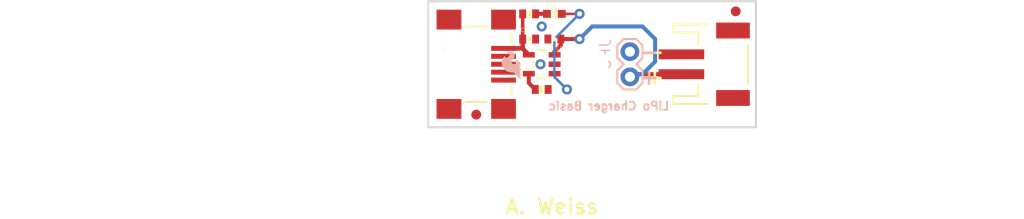
<source format=kicad_pcb>
(kicad_pcb (version 20211014) (generator pcbnew)
  (layers (0 "F.Cu" signal) (31 "B.Cu" signal) (34 "B.Paste" user) (35 "F.Paste" user) (36 "B.SilkS" user "B.Silkscreen") (37 "F.SilkS" user "F.Silkscreen") (38 "B.Mask" user) (39 "F.Mask" user) (44 "Edge.Cuts" user))
  (net 0 "")
  (net 1 "GND")
  (net 2 "VCC")
  (net 3 "N$3")
  (net 4 "PROG")
  (net 5 "STAT")
  (net 6 "VIN")
  (footprint "boardEagle:USB-MINIB" (layer "F.Cu") (at 137.0711 105.0036)
    (fp_text reference "X1" (at -3.81 -1.27) (layer "F.SilkS") (effects (font (size 0.373888 0.373888) (thickness 0.032512)) (justify left bottom)))
    (fp_text value "Micro USB")
    (fp_line (start 0.8 3.8) (end -1.3 3.8) (layer "F.SilkS") (width 0.2032))
    (fp_line (start 3.3 2.2) (end 3.3 3.1) (layer "F.SilkS") (width 0.2032))
    (fp_line (start -1.3 -3.8) (end 0.8 -3.8) (layer "F.SilkS") (width 0.2032))
    (fp_line (start 3.3 -3.1) (end 3.3 -2.2) (layer "F.SilkS") (width 0.2032))
    (pad "" np_thru_hole circle (at 0 -2.2) (size 0.9 0.9) (drill 0.9) (layers *.Cu *.Mask))
    (pad "" np_thru_hole circle (at 0 2.2) (size 0.9 0.9) (drill 0.9) (layers *.Cu *.Mask))
    (pad "D+" smd rect (at 2.5 0) (size 2.5 0.5) (layers "F.Cu" "F.Paste" "F.Mask"))
    (pad "D-" smd rect (at 2.5 -0.8) (size 2.5 0.5) (layers "F.Cu" "F.Paste" "F.Mask"))
    (pad "GND" smd rect (at 2.5 1.6) (size 2.5 0.5) (layers "F.Cu" "F.Paste" "F.Mask") (net 1 "GND"))
    (pad "ID" smd rect (at 2.5 0.8) (size 2.5 0.5) (layers "F.Cu" "F.Paste" "F.Mask"))
    (pad "MTN1" smd rect (at -3 -4.5) (size 2.5 2) (layers "F.Cu" "F.Paste" "F.Mask"))
    (pad "MTN2" smd rect (at 2.5 -4.5) (size 2.5 2) (layers "F.Cu" "F.Paste" "F.Mask"))
    (pad "MTN3" smd rect (at -3 4.5) (size 2.5 2) (layers "F.Cu" "F.Paste" "F.Mask"))
    (pad "MTN4" smd rect (at 2.5 4.5) (size 2.5 2) (layers "F.Cu" "F.Paste" "F.Mask"))
    (pad "VBUS" smd rect (at 2.5 -1.6) (size 2.5 0.5) (layers "F.Cu" "F.Paste" "F.Mask") (net 6 "VIN"))
  )
  (footprint "boardEagle:STAND-OFF" (layer "F.Cu") (at 148.5011 105.0036)
    (fp_text reference "JP2" hide)
    (fp_text value "STAND-OFF" hide)
    (pad "" np_thru_hole circle (at 0 0) (size 3.302 3.302) (drill 3.302) (layers *.Cu *.Mask))
  )
  (footprint "boardEagle:SOT23-5" (layer "F.Cu") (at 143.4211 105.0036 90)
    (fp_text reference "U1" (at -0.889 -2.159 90) (layer "F.SilkS") (effects (font (size 0.373888 0.373888) (thickness 0.032512)) (justify left bottom)))
    (fp_text value "MCP73831")
    (fp_line (start -1.4224 0.4294) (end -1.4224 -0.4294) (layer "F.SilkS") (width 0.2032))
    (fp_line (start -0.2684 -0.8104) (end 0.2684 -0.8104) (layer "F.SilkS") (width 0.2032))
    (fp_line (start 1.4224 -0.4294) (end 1.4224 0.4294) (layer "F.SilkS") (width 0.2032))
    (pad "1" smd rect (at -0.95 1.3001 90) (size 0.55 1.2) (layers "F.Cu" "F.Paste" "F.Mask") (net 5 "STAT"))
    (pad "2" smd rect (at 0 1.3001 90) (size 0.55 1.2) (layers "F.Cu" "F.Paste" "F.Mask") (net 1 "GND"))
    (pad "3" smd rect (at 0.95 1.3001 90) (size 0.55 1.2) (layers "F.Cu" "F.Paste" "F.Mask") (net 2 "VCC"))
    (pad "4" smd rect (at 0.95 -1.3001 90) (size 0.55 1.2) (layers "F.Cu" "F.Paste" "F.Mask") (net 6 "VIN"))
    (pad "5" smd rect (at -0.95 -1.3001 90) (size 0.55 1.2) (layers "F.Cu" "F.Paste" "F.Mask") (net 4 "PROG"))
  )
  (footprint "boardEagle:0402-CAP" (layer "F.Cu") (at 144.6911 102.4636 180)
    (fp_text reference "C4" (at -0.889 -0.6985 180) (layer "F.SilkS") (effects (font (size 0.373888 0.373888) (thickness 0.032512)) (justify right top)))
    (fp_text value "4.7uF")
    (fp_line (start 0 -0.0305) (end 0 0.0305) (layer "F.SilkS") (width 0.4064))
    (pad "1" smd rect (at -0.65 0 180) (size 0.7 0.9) (layers "F.Cu" "F.Paste" "F.Mask") (net 2 "VCC"))
    (pad "2" smd rect (at 0.65 0 180) (size 0.7 0.9) (layers "F.Cu" "F.Paste" "F.Mask") (net 1 "GND"))
  )
  (footprint "boardEagle:JST-2-SMD" (layer "F.Cu") (at 161.2011 105.0036 -90)
    (fp_text reference "JP7" (at -1.27 -1.27 -90) (layer "F.SilkS") (effects (font (size 0.373888 0.373888) (thickness 0.032512)) (justify left bottom)))
    (fp_text value "LiPo Battery")
    (fp_line (start -3.2 2) (end -2 2) (layer "F.SilkS") (width 0.2032))
    (fp_line (start -4 1) (end -4 4.5) (layer "F.SilkS") (width 0.2032))
    (fp_line (start 2 -3) (end -2 -3) (layer "F.SilkS") (width 0.2032))
    (fp_line (start 3.2 4.5) (end 4 4.5) (layer "F.SilkS") (width 0.2032))
    (fp_line (start -3.2 4.5) (end -3.2 2) (layer "F.SilkS") (width 0.2032))
    (fp_line (start 2 2) (end 3.2 2) (layer "F.SilkS") (width 0.2032))
    (fp_line (start 3.2 2) (end 3.2 4.5) (layer "F.SilkS") (width 0.2032))
    (fp_line (start -4 4.5) (end -3.2 4.5) (layer "F.SilkS") (width 0.2032))
    (fp_line (start 4 4.5) (end 4 1) (layer "F.SilkS") (width 0.2032))
    (pad "1" smd rect (at -1 3.7 270) (size 1 4.6) (layers "F.Cu" "F.Paste" "F.Mask") (net 1 "GND"))
    (pad "2" smd rect (at 1 3.7 270) (size 1 4.6) (layers "F.Cu" "F.Paste" "F.Mask") (net 2 "VCC"))
    (pad "NC1" smd rect (at -3.4 -1.5) (size 3.4 1.6) (layers "F.Cu" "F.Paste" "F.Mask"))
    (pad "NC2" smd rect (at 3.4 -1.5) (size 3.4 1.6) (layers "F.Cu" "F.Paste" "F.Mask"))
  )
  (footprint "boardEagle:LED-0603" (layer "F.Cu") (at 144.6911 99.9236 -90)
    (fp_text reference "D11" (at -0.6985 0.889) (layer "F.SilkS") (effects (font (size 0.373888 0.373888) (thickness 0.032512)) (justify left bottom)))
    (fp_text value "RED")
    (fp_line (start 0 -0.17) (end 0.2338 0.14) (layer "F.SilkS") (width 0.2032))
    (fp_line (start 0.46 -0.17) (end 0 -0.17) (layer "F.SilkS") (width 0.2032))
    (fp_line (start -0.46 -0.17) (end 0 -0.17) (layer "F.SilkS") (width 0.2032))
    (fp_line (start -0.0254 -0.1546) (end -0.2184 0.14) (layer "F.SilkS") (width 0.2032))
    (pad "A" smd rect (at 0 0.75 270) (size 0.8 0.8) (layers "F.Cu" "F.Paste" "F.Mask") (net 3 "N$3"))
    (pad "C" smd rect (at 0 -0.75 270) (size 0.8 0.8) (layers "F.Cu" "F.Paste" "F.Mask") (net 5 "STAT"))
  )
  (footprint "boardEagle:FIDUCIAL-1X2" (layer "F.Cu") (at 162.9791 99.6696)
    (fp_text reference "JP4" hide)
    (fp_text value "FIDUCIAL1X2" hide)
    (pad "1" smd roundrect (at 0 0) (size 1 1) (layers "F.Cu" "F.Mask") (roundrect_rratio 0.5))
  )
  (footprint "boardEagle:CREATIVE_COMMONS" (layer "F.Cu") (at 109.1311 120.2436)
    (fp_text reference "U$1" hide)
    (fp_text value "CREATIVE_COMMONS" hide)
  )
  (footprint "boardEagle:0402-RES" (layer "F.Cu") (at 142.1511 99.9236 180)
    (fp_text reference "R3" (at -2.54 -1.27) (layer "F.SilkS") (effects (font (size 0.376489 0.376489) (thickness 0.029911)) (justify right)))
    (fp_text value "330" hide)
    (fp_poly (pts (xy -0.2032 0.3556) (xy 0.2032 0.3556) (xy 0.2032 -0.3556) (xy -0.2032 -0.3556)) (layer "F.SilkS") (width 0) (fill solid))
    (pad "1" smd rect (at -0.65 0 180) (size 0.7 0.9) (layers "F.Cu" "F.Paste" "F.Mask") (net 3 "N$3"))
    (pad "2" smd rect (at 0.65 0 180) (size 0.7 0.9) (layers "F.Cu" "F.Paste" "F.Mask") (net 6 "VIN"))
  )
  (footprint "boardEagle:0402-CAP" (layer "F.Cu") (at 142.1511 102.4636)
    (fp_text reference "C3" (at -0.889 -0.6985) (layer "F.SilkS") (effects (font (size 0.373888 0.373888) (thickness 0.032512)) (justify left bottom)))
    (fp_text value "4.7uF")
    (fp_line (start 0 -0.0305) (end 0 0.0305) (layer "F.SilkS") (width 0.4064))
    (pad "1" smd rect (at -0.65 0) (size 0.7 0.9) (layers "F.Cu" "F.Paste" "F.Mask") (net 6 "VIN"))
    (pad "2" smd rect (at 0.65 0) (size 0.7 0.9) (layers "F.Cu" "F.Paste" "F.Mask") (net 1 "GND"))
  )
  (footprint "boardEagle:0402-RES" (layer "F.Cu") (at 143.4211 107.5436)
    (fp_text reference "R4" (at -2.54 -1.27) (layer "F.SilkS") (effects (font (size 0.376489 0.376489) (thickness 0.029911)) (justify left)))
    (fp_text value "2K" hide)
    (fp_poly (pts (xy -0.2032 0.3556) (xy 0.2032 0.3556) (xy 0.2032 -0.3556) (xy -0.2032 -0.3556)) (layer "F.SilkS") (width 0) (fill solid))
    (pad "1" smd rect (at -0.65 0) (size 0.7 0.9) (layers "F.Cu" "F.Paste" "F.Mask") (net 4 "PROG"))
    (pad "2" smd rect (at 0.65 0) (size 0.7 0.9) (layers "F.Cu" "F.Paste" "F.Mask") (net 1 "GND"))
  )
  (footprint "boardEagle:FIDUCIAL-1X2" (layer "F.Cu") (at 136.8171 110.0836)
    (fp_text reference "JP3" hide)
    (fp_text value "FIDUCIAL1X2" hide)
    (pad "1" smd roundrect (at 0 0) (size 1 1) (layers "F.Cu" "F.Mask") (roundrect_rratio 0.5))
  )
  (footprint "boardEagle:SFE-LOGO-FLAME" (layer "B.Cu") (at 141.2621 106.5276 180)
    (fp_text reference "JP1" hide)
    (fp_text value "LOGO-SFESK" hide)
    (fp_poly (pts (xy 1.126002 2.808203) (xy 1.215449 2.785829) (xy 1.228477 2.780783) (xy 1.240149 2.774875) (xy 1.25686 2.766576) (xy 1.275552 2.759834) (xy 1.371694 2.7026) (xy 1.3793 2.7026) (xy 1.3793 2.6772) (xy 1.306833 2.6772) (xy 1.208418 2.657914) (xy 1.074855 2.495286) (xy 1.079365 2.436825) (xy 1.12809 2.341869) (xy 1.204666 2.265196) (xy 1.294069 2.200638) (xy 1.369348 2.168824) (xy 1.450737 2.171632) (xy 1.458864 2.174186) (xy 1.466257 2.177389) (xy 1.530514 2.236956) (xy 1.5368 2.259812) (xy 1.5368 2.377938) (xy 1.763707 2.148127) (xy 1.868186 1.856841) (xy 1.871603 1.856894) (xy 1.87806 1.650435) (xy 1.848857 1.45742) (xy 1.785308 1.272842) (xy 1.6663 1.061578) (xy 1.6663 1.080581) (xy 1.378131 0.80901) (xy 0.982239 0.6985) (xy 0.753005 0.6985) (xy 0.716201 0.692046) (xy 0.681776 0.679592) (xy 0.496322 0.541784) (xy -0.0126 -0.03091) (xy -0.0126 1.52077) (xy 0.060004 1.761967) (xy 0.168295 1.865489) (xy 0.307122 1.917522) (xy 0.4039 1.925089) (xy 0.499384 1.917623) (xy 0.55991 1.908099) (xy 0.557788 1.884433) (xy 0.522216 1.885242) (xy 0.501784 1.876141) (xy 0.420519 1.817154) (xy 0.400722 1.79067) (xy 0.390395 1.7285) (xy 0.400905 1.665229) (xy 0.421405 1.625174) (xy 0.452343 1.592685) (xy 0.546535 1.54355) (xy 0.652229 1.531742) (xy 0.742768 1.550084) (xy 0.82422 1.589656) (xy 0.92203 1.754659) (xy 0.907706 1.848844) (xy 0.850914 1.930401) (xy 0.584707 2.263237) (xy 0.561667 2.510855) (xy 0.627495 2.621556) (xy 0.629042 2.623103) (xy 0.778901 2.74712) (xy 1.032676 2.817064)) (layer "B.SilkS") (width 0) (fill solid))
  )
  (footprint "boardEagle:1X02" (layer "B.Cu") (at 152.3111 103.7336 -90)
    (fp_text reference "JP8" (at -1.3462 1.8288 90) (layer "B.SilkS") (effects (font (size 1.143 1.143) (thickness 0.127)) (justify left bottom mirror)))
    (fp_text value "")
    (fp_line (start 0.635 -1.27) (end -0.635 -1.27) (layer "B.SilkS") (width 0.2032))
    (fp_line (start -1.27 -0.635) (end -0.635 -1.27) (layer "B.SilkS") (width 0.2032))
    (fp_line (start 1.27 -0.635) (end 0.635 -1.27) (layer "B.SilkS") (width 0.2032))
    (fp_line (start 1.905 -1.27) (end 1.27 -0.635) (layer "B.SilkS") (width 0.2032))
    (fp_line (start -0.635 1.27) (end -1.27 0.635) (layer "B.SilkS") (width 0.2032))
    (fp_line (start 0.635 1.27) (end 1.27 0.635) (layer "B.SilkS") (width 0.2032))
    (fp_line (start 3.81 -0.635) (end 3.175 -1.27) (layer "B.SilkS") (width 0.2032))
    (fp_line (start 1.905 1.27) (end 3.175 1.27) (layer "B.SilkS") (width 0.2032))
    (fp_line (start 3.175 -1.27) (end 1.905 -1.27) (layer "B.SilkS") (width 0.2032))
    (fp_line (start 3.81 0.635) (end 3.81 -0.635) (layer "B.SilkS") (width 0.2032))
    (fp_line (start -1.27 0.635) (end -1.27 -0.635) (layer "B.SilkS") (width 0.2032))
    (fp_line (start -0.635 1.27) (end 0.635 1.27) (layer "B.SilkS") (width 0.2032))
    (fp_line (start 3.175 1.27) (end 3.81 0.635) (layer "B.SilkS") (width 0.2032))
    (fp_line (start 1.27 0.635) (end 1.905 1.27) (layer "B.SilkS") (width 0.2032))
    (pad "1" thru_hole circle (at 0 0 180) (size 1.8796 1.8796) (drill 1.016) (layers *.Cu *.Mask) (net 1 "GND"))
    (pad "2" thru_hole circle (at 2.54 0 180) (size 1.8796 1.8796) (drill 1.016) (layers *.Cu *.Mask) (net 2 "VCC"))
  )
  (gr_line (start 131.9911 111.3536) (end 165.0111 111.3536) (layer "Edge.Cuts") (width 0.2032))
  (gr_line (start 165.0111 98.6536) (end 131.9911 98.6536) (layer "Edge.Cuts") (width 0.2032))
  (gr_line (start 165.0111 111.3536) (end 165.0111 98.6536) (layer "Edge.Cuts") (width 0.2032))
  (gr_line (start 131.9911 98.6536) (end 131.9911 111.3536) (layer "Edge.Cuts") (width 0.2032))
  (gr_text "+" (at 155.3591 107.1626) (layer "B.SilkS") (effects (font (size 1.5113 1.5113) (thickness 0.2667)) (justify left bottom mirror)))
  (gr_text "-" (at 155.3591 104.6226) (layer "B.SilkS") (effects (font (size 1.5113 1.5113) (thickness 0.2667)) (justify left bottom mirror)))
  (gr_text "LiPo Charger Basic" (at 156.3751 109.7026) (layer "B.SilkS") (effects (font (size 0.83312 0.83312) (thickness 0.18288)) (justify left bottom mirror)))
  (gr_text "A. Weiss" (at 139.6111 120.2436) (layer "F.SilkS") (effects (font (size 1.5113 1.5113) (thickness 0.2667)) (justify left bottom)))
  (gr_text "+" (at 153.7081 107.1626) (layer "F.SilkS") (effects (font (size 1.5113 1.5113) (thickness 0.2667)) (justify left bottom)))
  (gr_text "-" (at 153.7081 104.6226) (layer "F.SilkS") (effects (font (size 1.5113 1.5113) (thickness 0.2667)) (justify left bottom)))
  (via (at 143.4211 101.1936) (size 1.016) (drill 0.508) (layers "F.Cu" "B.Cu") (net 1))
  (via (at 143.2941 105.0036) (size 1.016) (drill 0.508) (layers "F.Cu" "B.Cu") (net 1))
  (segment (start 144.6911 104.0235) (end 144.6911 103.7336) (width 0.4064) (layer "F.Cu") (net 2))
  (segment (start 145.3411 103.0836) (end 145.3411 102.4636) (width 0.4064) (layer "F.Cu") (net 2))
  (segment (start 144.6911 103.7336) (end 145.3411 103.0836) (width 0.4064) (layer "F.Cu") (net 2))
  (segment (start 152.5811 106.0036) (end 157.5011 106.0036) (width 0.4064) (layer "F.Cu") (net 2))
  (segment (start 145.3411 102.4636) (end 147.2311 102.4636) (width 0.4064) (layer "F.Cu") (net 2))
  (segment (start 144.7212 104.0536) (end 144.6911 104.0235) (width 0.4064) (layer "F.Cu") (net 2))
  (segment (start 152.3111 106.2736) (end 152.5811 106.0036) (width 0.4064) (layer "F.Cu") (net 2))
  (via (at 147.2311 102.4636) (size 1.016) (drill 0.508) (layers "F.Cu" "B.Cu") (net 2))
  (segment (start 148.5011 101.1936) (end 153.5811 101.1936) (width 0.4064) (layer "B.Cu") (net 2))
  (segment (start 154.8511 104.7336) (end 153.5811 106.0036) (width 0.4064) (layer "B.Cu") (net 2))
  (segment (start 153.5811 106.0036) (end 152.5811 106.0036) (width 0.4064) (layer "B.Cu") (net 2))
  (segment (start 154.8511 102.4636) (end 154.8511 104.7336) (width 0.4064) (layer "B.Cu") (net 2))
  (segment (start 153.5811 101.1936) (end 154.8511 102.4636) (width 0.4064) (layer "B.Cu") (net 2))
  (segment (start 152.5811 106.0036) (end 152.3111 106.2736) (width 0.4064) (layer "B.Cu") (net 2))
  (segment (start 147.2311 102.4636) (end 148.5011 101.1936) (width 0.4064) (layer "B.Cu") (net 2))
  (segment (start 142.8011 99.9236) (end 143.9411 99.9236) (width 0.4064) (layer "F.Cu") (net 3))
  (segment (start 142.121 106.8935) (end 142.7711 107.5436) (width 0.4064) (layer "F.Cu") (net 4))
  (segment (start 142.121 106.8935) (end 142.121 105.9536) (width 0.4064) (layer "F.Cu") (net 4))
  (segment (start 145.9611 107.5436) (end 144.7212 106.3037) (width 0.254) (layer "F.Cu") (net 5))
  (segment (start 144.7212 106.3037) (end 144.7212 105.9536) (width 0.254) (layer "F.Cu") (net 5))
  (segment (start 147.2311 99.9236) (end 145.4411 99.9236) (width 0.254) (layer "F.Cu") (net 5))
  (via (at 147.2311 99.9236) (size 1.016) (drill 0.508) (layers "F.Cu" "B.Cu") (net 5))
  (via (at 145.9611 107.5436) (size 1.016) (drill 0.508) (layers "F.Cu" "B.Cu") (net 5))
  (segment (start 144.6911 102.4636) (end 147.2311 99.9236) (width 0.254) (layer "B.Cu") (net 5))
  (segment (start 144.6911 106.2736) (end 144.6911 102.4636) (width 0.254) (layer "B.Cu") (net 5))
  (segment (start 145.9611 107.5436) (end 144.6911 106.2736) (width 0.254) (layer "B.Cu") (net 5))
  (segment (start 141.5011 103.4337) (end 141.5011 102.4636) (width 0.4572) (layer "F.Cu") (net 6))
  (segment (start 141.5011 103.4337) (end 142.121 104.0536) (width 0.4572) (layer "F.Cu") (net 6))
  (segment (start 139.5711 103.4036) (end 141.471 103.4036) (width 0.4572) (layer "F.Cu") (net 6))
  (segment (start 141.5011 102.4636) (end 141.5011 99.9236) (width 0.3556) (layer "F.Cu") (net 6))
  (segment (start 141.471 103.4036) (end 141.5011 103.4337) (width 0.4572) (layer "F.Cu") (net 6))
)
</source>
